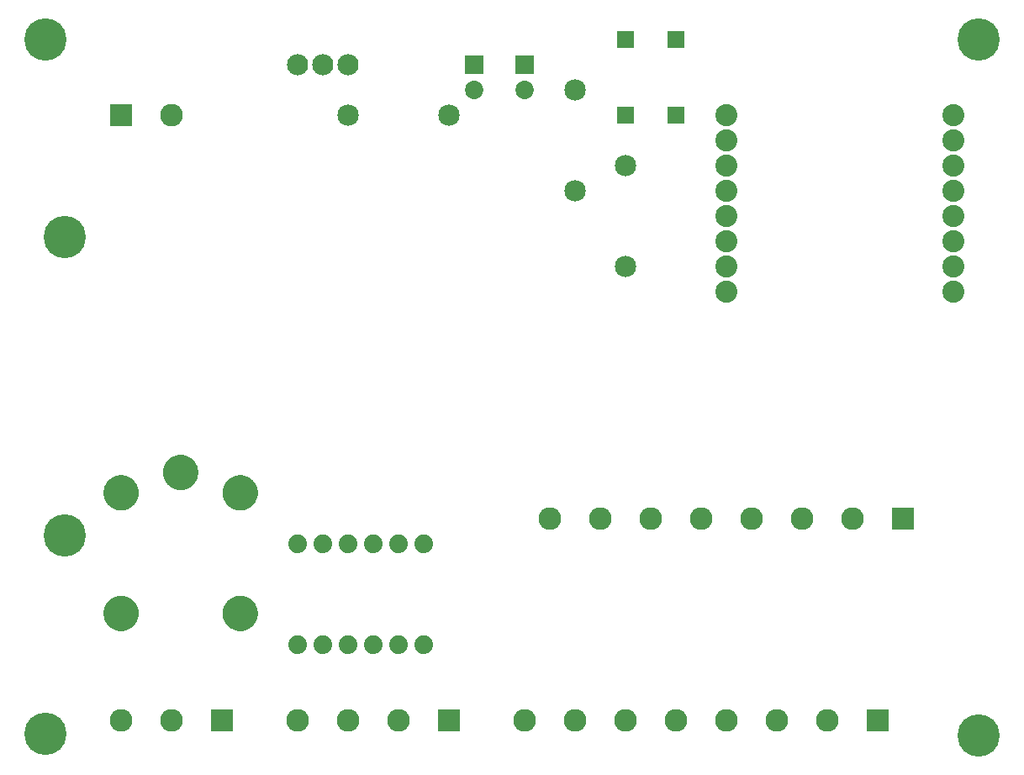
<source format=gbs>
G04 MADE WITH FRITZING*
G04 WWW.FRITZING.ORG*
G04 DOUBLE SIDED*
G04 HOLES PLATED*
G04 CONTOUR ON CENTER OF CONTOUR VECTOR*
%ASAXBY*%
%FSLAX23Y23*%
%MOIN*%
%OFA0B0*%
%SFA1.0B1.0*%
%ADD10C,0.167480*%
%ADD11C,0.085000*%
%ADD12C,0.084000*%
%ADD13C,0.090000*%
%ADD14C,0.074000*%
%ADD15C,0.072992*%
%ADD16C,0.069370*%
%ADD17C,0.087778*%
%ADD18R,0.090000X0.089986*%
%ADD19R,0.090000X0.090000*%
%ADD20R,0.072992X0.072992*%
%ADD21R,0.001000X0.001000*%
%LNMASK0*%
G90*
G70*
G54D10*
X3801Y293D03*
X3801Y3052D03*
X101Y298D03*
G54D11*
X2401Y2152D03*
X2401Y2552D03*
X2201Y2854D03*
X2201Y2454D03*
X1701Y2754D03*
X1301Y2754D03*
G54D12*
X1101Y2952D03*
X1201Y2952D03*
X1301Y2952D03*
G54D13*
X401Y2752D03*
X601Y2752D03*
G54D14*
X1201Y1054D03*
X1301Y1054D03*
X1401Y1054D03*
X1501Y1054D03*
X1601Y1054D03*
X1601Y654D03*
X1501Y654D03*
X1401Y654D03*
X1301Y654D03*
X1201Y654D03*
X1101Y654D03*
X1101Y1054D03*
G54D13*
X601Y354D03*
X401Y354D03*
X801Y354D03*
X1501Y354D03*
X1301Y354D03*
X1101Y354D03*
X1701Y354D03*
G54D15*
X2001Y2952D03*
X2001Y2854D03*
X1801Y2952D03*
X1801Y2854D03*
G54D16*
X2401Y2752D03*
X2401Y3052D03*
X2601Y2752D03*
X2601Y3052D03*
G54D13*
X3501Y1154D03*
X3101Y1154D03*
X3301Y1154D03*
X2901Y1154D03*
X2701Y1154D03*
X2501Y1154D03*
X2301Y1154D03*
X2101Y1154D03*
X3401Y354D03*
X3001Y354D03*
X3201Y354D03*
X2801Y354D03*
X2601Y354D03*
X2401Y354D03*
X2201Y354D03*
X2001Y354D03*
G54D10*
X101Y3052D03*
X177Y2268D03*
X178Y1085D03*
G54D17*
X3701Y2052D03*
X3701Y2152D03*
X3701Y2252D03*
X3701Y2352D03*
X3701Y2452D03*
X3701Y2552D03*
X3701Y2652D03*
X3701Y2752D03*
X2801Y2752D03*
X2801Y2652D03*
X2801Y2552D03*
X2801Y2452D03*
X2801Y2352D03*
X2801Y2252D03*
X2801Y2152D03*
X2801Y2052D03*
G54D18*
X401Y2752D03*
G54D19*
X801Y354D03*
X1701Y354D03*
G54D20*
X2001Y2952D03*
X1801Y2952D03*
G54D19*
X3501Y1154D03*
X3401Y354D03*
G54D21*
X2367Y3087D02*
X2435Y3087D01*
X2567Y3087D02*
X2635Y3087D01*
X2367Y3086D02*
X2435Y3086D01*
X2567Y3086D02*
X2635Y3086D01*
X2367Y3085D02*
X2435Y3085D01*
X2567Y3085D02*
X2635Y3085D01*
X2367Y3084D02*
X2435Y3084D01*
X2567Y3084D02*
X2635Y3084D01*
X2367Y3083D02*
X2435Y3083D01*
X2567Y3083D02*
X2635Y3083D01*
X2367Y3082D02*
X2435Y3082D01*
X2567Y3082D02*
X2635Y3082D01*
X2367Y3081D02*
X2435Y3081D01*
X2567Y3081D02*
X2635Y3081D01*
X2367Y3080D02*
X2435Y3080D01*
X2567Y3080D02*
X2635Y3080D01*
X2367Y3079D02*
X2435Y3079D01*
X2567Y3079D02*
X2635Y3079D01*
X2367Y3078D02*
X2435Y3078D01*
X2567Y3078D02*
X2635Y3078D01*
X2367Y3077D02*
X2435Y3077D01*
X2567Y3077D02*
X2635Y3077D01*
X2367Y3076D02*
X2435Y3076D01*
X2567Y3076D02*
X2635Y3076D01*
X2367Y3075D02*
X2435Y3075D01*
X2567Y3075D02*
X2635Y3075D01*
X2367Y3074D02*
X2435Y3074D01*
X2567Y3074D02*
X2635Y3074D01*
X2367Y3073D02*
X2435Y3073D01*
X2567Y3073D02*
X2635Y3073D01*
X2367Y3072D02*
X2435Y3072D01*
X2567Y3072D02*
X2635Y3072D01*
X2367Y3071D02*
X2435Y3071D01*
X2567Y3071D02*
X2635Y3071D01*
X2367Y3070D02*
X2435Y3070D01*
X2567Y3070D02*
X2635Y3070D01*
X2367Y3069D02*
X2435Y3069D01*
X2567Y3069D02*
X2635Y3069D01*
X2367Y3068D02*
X2435Y3068D01*
X2567Y3068D02*
X2635Y3068D01*
X2367Y3067D02*
X2396Y3067D01*
X2405Y3067D02*
X2435Y3067D01*
X2567Y3067D02*
X2596Y3067D01*
X2605Y3067D02*
X2635Y3067D01*
X2367Y3066D02*
X2394Y3066D01*
X2408Y3066D02*
X2435Y3066D01*
X2567Y3066D02*
X2594Y3066D01*
X2608Y3066D02*
X2635Y3066D01*
X2367Y3065D02*
X2392Y3065D01*
X2410Y3065D02*
X2435Y3065D01*
X2567Y3065D02*
X2592Y3065D01*
X2610Y3065D02*
X2635Y3065D01*
X2367Y3064D02*
X2391Y3064D01*
X2411Y3064D02*
X2435Y3064D01*
X2567Y3064D02*
X2591Y3064D01*
X2611Y3064D02*
X2635Y3064D01*
X2367Y3063D02*
X2390Y3063D01*
X2412Y3063D02*
X2435Y3063D01*
X2567Y3063D02*
X2590Y3063D01*
X2612Y3063D02*
X2635Y3063D01*
X2367Y3062D02*
X2389Y3062D01*
X2413Y3062D02*
X2435Y3062D01*
X2567Y3062D02*
X2589Y3062D01*
X2613Y3062D02*
X2635Y3062D01*
X2367Y3061D02*
X2388Y3061D01*
X2413Y3061D02*
X2435Y3061D01*
X2567Y3061D02*
X2588Y3061D01*
X2613Y3061D02*
X2635Y3061D01*
X2367Y3060D02*
X2387Y3060D01*
X2414Y3060D02*
X2435Y3060D01*
X2567Y3060D02*
X2587Y3060D01*
X2614Y3060D02*
X2635Y3060D01*
X2367Y3059D02*
X2387Y3059D01*
X2415Y3059D02*
X2435Y3059D01*
X2567Y3059D02*
X2587Y3059D01*
X2615Y3059D02*
X2635Y3059D01*
X2367Y3058D02*
X2386Y3058D01*
X2415Y3058D02*
X2435Y3058D01*
X2567Y3058D02*
X2586Y3058D01*
X2615Y3058D02*
X2635Y3058D01*
X2367Y3057D02*
X2386Y3057D01*
X2415Y3057D02*
X2435Y3057D01*
X2567Y3057D02*
X2586Y3057D01*
X2615Y3057D02*
X2635Y3057D01*
X2367Y3056D02*
X2386Y3056D01*
X2416Y3056D02*
X2435Y3056D01*
X2567Y3056D02*
X2586Y3056D01*
X2616Y3056D02*
X2635Y3056D01*
X2367Y3055D02*
X2386Y3055D01*
X2416Y3055D02*
X2435Y3055D01*
X2567Y3055D02*
X2586Y3055D01*
X2616Y3055D02*
X2635Y3055D01*
X2367Y3054D02*
X2386Y3054D01*
X2416Y3054D02*
X2435Y3054D01*
X2567Y3054D02*
X2586Y3054D01*
X2616Y3054D02*
X2635Y3054D01*
X2367Y3053D02*
X2386Y3053D01*
X2416Y3053D02*
X2435Y3053D01*
X2567Y3053D02*
X2586Y3053D01*
X2616Y3053D02*
X2635Y3053D01*
X2367Y3052D02*
X2386Y3052D01*
X2416Y3052D02*
X2435Y3052D01*
X2567Y3052D02*
X2586Y3052D01*
X2616Y3052D02*
X2635Y3052D01*
X2367Y3051D02*
X2386Y3051D01*
X2416Y3051D02*
X2435Y3051D01*
X2567Y3051D02*
X2586Y3051D01*
X2616Y3051D02*
X2635Y3051D01*
X2367Y3050D02*
X2386Y3050D01*
X2416Y3050D02*
X2435Y3050D01*
X2567Y3050D02*
X2586Y3050D01*
X2616Y3050D02*
X2635Y3050D01*
X2367Y3049D02*
X2386Y3049D01*
X2415Y3049D02*
X2435Y3049D01*
X2567Y3049D02*
X2586Y3049D01*
X2615Y3049D02*
X2635Y3049D01*
X2367Y3048D02*
X2386Y3048D01*
X2415Y3048D02*
X2435Y3048D01*
X2567Y3048D02*
X2586Y3048D01*
X2615Y3048D02*
X2635Y3048D01*
X2367Y3047D02*
X2387Y3047D01*
X2415Y3047D02*
X2435Y3047D01*
X2567Y3047D02*
X2587Y3047D01*
X2615Y3047D02*
X2635Y3047D01*
X2367Y3046D02*
X2387Y3046D01*
X2414Y3046D02*
X2435Y3046D01*
X2567Y3046D02*
X2587Y3046D01*
X2614Y3046D02*
X2635Y3046D01*
X2367Y3045D02*
X2388Y3045D01*
X2414Y3045D02*
X2435Y3045D01*
X2567Y3045D02*
X2588Y3045D01*
X2614Y3045D02*
X2635Y3045D01*
X2367Y3044D02*
X2389Y3044D01*
X2413Y3044D02*
X2435Y3044D01*
X2567Y3044D02*
X2589Y3044D01*
X2613Y3044D02*
X2635Y3044D01*
X2367Y3043D02*
X2389Y3043D01*
X2412Y3043D02*
X2435Y3043D01*
X2567Y3043D02*
X2589Y3043D01*
X2612Y3043D02*
X2635Y3043D01*
X2367Y3042D02*
X2390Y3042D01*
X2411Y3042D02*
X2435Y3042D01*
X2567Y3042D02*
X2590Y3042D01*
X2611Y3042D02*
X2635Y3042D01*
X2367Y3041D02*
X2392Y3041D01*
X2410Y3041D02*
X2435Y3041D01*
X2567Y3041D02*
X2592Y3041D01*
X2610Y3041D02*
X2635Y3041D01*
X2367Y3040D02*
X2393Y3040D01*
X2408Y3040D02*
X2435Y3040D01*
X2567Y3040D02*
X2593Y3040D01*
X2608Y3040D02*
X2635Y3040D01*
X2367Y3039D02*
X2395Y3039D01*
X2406Y3039D02*
X2435Y3039D01*
X2567Y3039D02*
X2595Y3039D01*
X2606Y3039D02*
X2635Y3039D01*
X2367Y3038D02*
X2435Y3038D01*
X2567Y3038D02*
X2635Y3038D01*
X2367Y3037D02*
X2435Y3037D01*
X2567Y3037D02*
X2635Y3037D01*
X2367Y3036D02*
X2435Y3036D01*
X2567Y3036D02*
X2635Y3036D01*
X2367Y3035D02*
X2435Y3035D01*
X2567Y3035D02*
X2635Y3035D01*
X2367Y3034D02*
X2435Y3034D01*
X2567Y3034D02*
X2635Y3034D01*
X2367Y3033D02*
X2435Y3033D01*
X2567Y3033D02*
X2635Y3033D01*
X2367Y3032D02*
X2435Y3032D01*
X2567Y3032D02*
X2635Y3032D01*
X2367Y3031D02*
X2435Y3031D01*
X2567Y3031D02*
X2635Y3031D01*
X2367Y3030D02*
X2435Y3030D01*
X2567Y3030D02*
X2635Y3030D01*
X2367Y3029D02*
X2435Y3029D01*
X2567Y3029D02*
X2635Y3029D01*
X2367Y3028D02*
X2435Y3028D01*
X2567Y3028D02*
X2635Y3028D01*
X2367Y3027D02*
X2435Y3027D01*
X2567Y3027D02*
X2635Y3027D01*
X2367Y3026D02*
X2435Y3026D01*
X2567Y3026D02*
X2635Y3026D01*
X2367Y3025D02*
X2435Y3025D01*
X2567Y3025D02*
X2635Y3025D01*
X2367Y3024D02*
X2435Y3024D01*
X2567Y3024D02*
X2635Y3024D01*
X2367Y3023D02*
X2435Y3023D01*
X2567Y3023D02*
X2635Y3023D01*
X2367Y3022D02*
X2435Y3022D01*
X2567Y3022D02*
X2635Y3022D01*
X2367Y3021D02*
X2435Y3021D01*
X2567Y3021D02*
X2635Y3021D01*
X2367Y3020D02*
X2435Y3020D01*
X2567Y3020D02*
X2635Y3020D01*
X2367Y3019D02*
X2435Y3019D01*
X2567Y3019D02*
X2635Y3019D01*
X2367Y2787D02*
X2435Y2787D01*
X2567Y2787D02*
X2635Y2787D01*
X2367Y2786D02*
X2435Y2786D01*
X2567Y2786D02*
X2635Y2786D01*
X2367Y2785D02*
X2435Y2785D01*
X2567Y2785D02*
X2635Y2785D01*
X2367Y2784D02*
X2435Y2784D01*
X2567Y2784D02*
X2635Y2784D01*
X2367Y2783D02*
X2435Y2783D01*
X2567Y2783D02*
X2635Y2783D01*
X2367Y2782D02*
X2435Y2782D01*
X2567Y2782D02*
X2635Y2782D01*
X2367Y2781D02*
X2435Y2781D01*
X2567Y2781D02*
X2635Y2781D01*
X2367Y2780D02*
X2435Y2780D01*
X2567Y2780D02*
X2635Y2780D01*
X2367Y2779D02*
X2435Y2779D01*
X2567Y2779D02*
X2635Y2779D01*
X2367Y2778D02*
X2435Y2778D01*
X2567Y2778D02*
X2635Y2778D01*
X2367Y2777D02*
X2435Y2777D01*
X2567Y2777D02*
X2635Y2777D01*
X2367Y2776D02*
X2435Y2776D01*
X2567Y2776D02*
X2635Y2776D01*
X2367Y2775D02*
X2435Y2775D01*
X2567Y2775D02*
X2635Y2775D01*
X2367Y2774D02*
X2435Y2774D01*
X2567Y2774D02*
X2635Y2774D01*
X2367Y2773D02*
X2435Y2773D01*
X2567Y2773D02*
X2635Y2773D01*
X2367Y2772D02*
X2435Y2772D01*
X2567Y2772D02*
X2635Y2772D01*
X2367Y2771D02*
X2435Y2771D01*
X2567Y2771D02*
X2635Y2771D01*
X2367Y2770D02*
X2435Y2770D01*
X2567Y2770D02*
X2635Y2770D01*
X2367Y2769D02*
X2435Y2769D01*
X2567Y2769D02*
X2635Y2769D01*
X2367Y2768D02*
X2435Y2768D01*
X2567Y2768D02*
X2635Y2768D01*
X2367Y2767D02*
X2396Y2767D01*
X2405Y2767D02*
X2435Y2767D01*
X2567Y2767D02*
X2596Y2767D01*
X2605Y2767D02*
X2635Y2767D01*
X2367Y2766D02*
X2393Y2766D01*
X2408Y2766D02*
X2435Y2766D01*
X2567Y2766D02*
X2593Y2766D01*
X2608Y2766D02*
X2635Y2766D01*
X2367Y2765D02*
X2392Y2765D01*
X2410Y2765D02*
X2435Y2765D01*
X2567Y2765D02*
X2592Y2765D01*
X2610Y2765D02*
X2635Y2765D01*
X2367Y2764D02*
X2391Y2764D01*
X2411Y2764D02*
X2435Y2764D01*
X2567Y2764D02*
X2591Y2764D01*
X2611Y2764D02*
X2635Y2764D01*
X2367Y2763D02*
X2390Y2763D01*
X2412Y2763D02*
X2435Y2763D01*
X2567Y2763D02*
X2590Y2763D01*
X2612Y2763D02*
X2635Y2763D01*
X2367Y2762D02*
X2389Y2762D01*
X2413Y2762D02*
X2435Y2762D01*
X2567Y2762D02*
X2589Y2762D01*
X2613Y2762D02*
X2635Y2762D01*
X2367Y2761D02*
X2388Y2761D01*
X2414Y2761D02*
X2435Y2761D01*
X2567Y2761D02*
X2588Y2761D01*
X2614Y2761D02*
X2635Y2761D01*
X2367Y2760D02*
X2387Y2760D01*
X2414Y2760D02*
X2435Y2760D01*
X2567Y2760D02*
X2587Y2760D01*
X2614Y2760D02*
X2635Y2760D01*
X2367Y2759D02*
X2387Y2759D01*
X2415Y2759D02*
X2435Y2759D01*
X2567Y2759D02*
X2587Y2759D01*
X2615Y2759D02*
X2635Y2759D01*
X2367Y2758D02*
X2386Y2758D01*
X2415Y2758D02*
X2435Y2758D01*
X2567Y2758D02*
X2586Y2758D01*
X2615Y2758D02*
X2635Y2758D01*
X2367Y2757D02*
X2386Y2757D01*
X2415Y2757D02*
X2435Y2757D01*
X2567Y2757D02*
X2586Y2757D01*
X2615Y2757D02*
X2635Y2757D01*
X2367Y2756D02*
X2386Y2756D01*
X2416Y2756D02*
X2435Y2756D01*
X2567Y2756D02*
X2586Y2756D01*
X2616Y2756D02*
X2635Y2756D01*
X2367Y2755D02*
X2386Y2755D01*
X2416Y2755D02*
X2435Y2755D01*
X2567Y2755D02*
X2586Y2755D01*
X2616Y2755D02*
X2635Y2755D01*
X2367Y2754D02*
X2386Y2754D01*
X2416Y2754D02*
X2435Y2754D01*
X2567Y2754D02*
X2586Y2754D01*
X2616Y2754D02*
X2635Y2754D01*
X2367Y2753D02*
X2386Y2753D01*
X2416Y2753D02*
X2435Y2753D01*
X2567Y2753D02*
X2586Y2753D01*
X2616Y2753D02*
X2635Y2753D01*
X2367Y2752D02*
X2386Y2752D01*
X2416Y2752D02*
X2435Y2752D01*
X2567Y2752D02*
X2586Y2752D01*
X2616Y2752D02*
X2635Y2752D01*
X2367Y2751D02*
X2386Y2751D01*
X2416Y2751D02*
X2435Y2751D01*
X2567Y2751D02*
X2586Y2751D01*
X2616Y2751D02*
X2635Y2751D01*
X2367Y2750D02*
X2386Y2750D01*
X2416Y2750D02*
X2435Y2750D01*
X2567Y2750D02*
X2586Y2750D01*
X2616Y2750D02*
X2635Y2750D01*
X2367Y2749D02*
X2386Y2749D01*
X2415Y2749D02*
X2435Y2749D01*
X2567Y2749D02*
X2586Y2749D01*
X2615Y2749D02*
X2635Y2749D01*
X2367Y2748D02*
X2386Y2748D01*
X2415Y2748D02*
X2435Y2748D01*
X2567Y2748D02*
X2586Y2748D01*
X2615Y2748D02*
X2635Y2748D01*
X2367Y2747D02*
X2387Y2747D01*
X2415Y2747D02*
X2435Y2747D01*
X2567Y2747D02*
X2587Y2747D01*
X2615Y2747D02*
X2635Y2747D01*
X2367Y2746D02*
X2387Y2746D01*
X2414Y2746D02*
X2435Y2746D01*
X2567Y2746D02*
X2587Y2746D01*
X2614Y2746D02*
X2635Y2746D01*
X2367Y2745D02*
X2388Y2745D01*
X2414Y2745D02*
X2435Y2745D01*
X2567Y2745D02*
X2588Y2745D01*
X2614Y2745D02*
X2635Y2745D01*
X2367Y2744D02*
X2389Y2744D01*
X2413Y2744D02*
X2435Y2744D01*
X2567Y2744D02*
X2589Y2744D01*
X2613Y2744D02*
X2635Y2744D01*
X2367Y2743D02*
X2389Y2743D01*
X2412Y2743D02*
X2435Y2743D01*
X2567Y2743D02*
X2589Y2743D01*
X2612Y2743D02*
X2635Y2743D01*
X2367Y2742D02*
X2390Y2742D01*
X2411Y2742D02*
X2435Y2742D01*
X2567Y2742D02*
X2590Y2742D01*
X2611Y2742D02*
X2635Y2742D01*
X2367Y2741D02*
X2392Y2741D01*
X2410Y2741D02*
X2435Y2741D01*
X2567Y2741D02*
X2592Y2741D01*
X2610Y2741D02*
X2635Y2741D01*
X2367Y2740D02*
X2393Y2740D01*
X2408Y2740D02*
X2435Y2740D01*
X2567Y2740D02*
X2593Y2740D01*
X2608Y2740D02*
X2635Y2740D01*
X2367Y2739D02*
X2396Y2739D01*
X2406Y2739D02*
X2435Y2739D01*
X2567Y2739D02*
X2596Y2739D01*
X2606Y2739D02*
X2635Y2739D01*
X2367Y2738D02*
X2435Y2738D01*
X2567Y2738D02*
X2635Y2738D01*
X2367Y2737D02*
X2435Y2737D01*
X2567Y2737D02*
X2635Y2737D01*
X2367Y2736D02*
X2435Y2736D01*
X2567Y2736D02*
X2635Y2736D01*
X2367Y2735D02*
X2435Y2735D01*
X2567Y2735D02*
X2635Y2735D01*
X2367Y2734D02*
X2435Y2734D01*
X2567Y2734D02*
X2635Y2734D01*
X2367Y2733D02*
X2435Y2733D01*
X2567Y2733D02*
X2635Y2733D01*
X2367Y2732D02*
X2435Y2732D01*
X2567Y2732D02*
X2635Y2732D01*
X2367Y2731D02*
X2435Y2731D01*
X2567Y2731D02*
X2635Y2731D01*
X2367Y2730D02*
X2435Y2730D01*
X2567Y2730D02*
X2635Y2730D01*
X2367Y2729D02*
X2435Y2729D01*
X2567Y2729D02*
X2635Y2729D01*
X2367Y2728D02*
X2435Y2728D01*
X2567Y2728D02*
X2635Y2728D01*
X2367Y2727D02*
X2435Y2727D01*
X2567Y2727D02*
X2635Y2727D01*
X2367Y2726D02*
X2435Y2726D01*
X2567Y2726D02*
X2635Y2726D01*
X2367Y2725D02*
X2435Y2725D01*
X2567Y2725D02*
X2635Y2725D01*
X2367Y2724D02*
X2435Y2724D01*
X2567Y2724D02*
X2635Y2724D01*
X2367Y2723D02*
X2435Y2723D01*
X2567Y2723D02*
X2635Y2723D01*
X2367Y2722D02*
X2435Y2722D01*
X2567Y2722D02*
X2635Y2722D01*
X2367Y2721D02*
X2435Y2721D01*
X2567Y2721D02*
X2635Y2721D01*
X2367Y2720D02*
X2435Y2720D01*
X2567Y2720D02*
X2635Y2720D01*
X2367Y2719D02*
X2435Y2719D01*
X2567Y2719D02*
X2635Y2719D01*
X631Y1405D02*
X643Y1405D01*
X624Y1404D02*
X650Y1404D01*
X620Y1403D02*
X654Y1403D01*
X616Y1402D02*
X658Y1402D01*
X613Y1401D02*
X661Y1401D01*
X610Y1400D02*
X663Y1400D01*
X608Y1399D02*
X666Y1399D01*
X606Y1398D02*
X668Y1398D01*
X604Y1397D02*
X670Y1397D01*
X603Y1396D02*
X671Y1396D01*
X601Y1395D02*
X673Y1395D01*
X599Y1394D02*
X674Y1394D01*
X598Y1393D02*
X676Y1393D01*
X597Y1392D02*
X677Y1392D01*
X595Y1391D02*
X679Y1391D01*
X594Y1390D02*
X680Y1390D01*
X593Y1389D02*
X681Y1389D01*
X591Y1388D02*
X682Y1388D01*
X590Y1387D02*
X684Y1387D01*
X589Y1386D02*
X685Y1386D01*
X588Y1385D02*
X686Y1385D01*
X587Y1384D02*
X687Y1384D01*
X586Y1383D02*
X688Y1383D01*
X585Y1382D02*
X689Y1382D01*
X584Y1381D02*
X689Y1381D01*
X584Y1380D02*
X690Y1380D01*
X583Y1379D02*
X691Y1379D01*
X582Y1378D02*
X692Y1378D01*
X581Y1377D02*
X693Y1377D01*
X581Y1376D02*
X693Y1376D01*
X580Y1375D02*
X694Y1375D01*
X579Y1374D02*
X695Y1374D01*
X579Y1373D02*
X695Y1373D01*
X578Y1372D02*
X696Y1372D01*
X577Y1371D02*
X697Y1371D01*
X577Y1370D02*
X697Y1370D01*
X576Y1369D02*
X698Y1369D01*
X576Y1368D02*
X698Y1368D01*
X575Y1367D02*
X699Y1367D01*
X575Y1366D02*
X699Y1366D01*
X574Y1365D02*
X700Y1365D01*
X574Y1364D02*
X700Y1364D01*
X573Y1363D02*
X701Y1363D01*
X573Y1362D02*
X701Y1362D01*
X572Y1361D02*
X702Y1361D01*
X572Y1360D02*
X702Y1360D01*
X572Y1359D02*
X702Y1359D01*
X571Y1358D02*
X703Y1358D01*
X571Y1357D02*
X703Y1357D01*
X571Y1356D02*
X703Y1356D01*
X570Y1355D02*
X703Y1355D01*
X570Y1354D02*
X704Y1354D01*
X570Y1353D02*
X704Y1353D01*
X570Y1352D02*
X704Y1352D01*
X569Y1351D02*
X704Y1351D01*
X569Y1350D02*
X705Y1350D01*
X569Y1349D02*
X705Y1349D01*
X569Y1348D02*
X705Y1348D01*
X569Y1347D02*
X705Y1347D01*
X568Y1346D02*
X705Y1346D01*
X568Y1345D02*
X706Y1345D01*
X568Y1344D02*
X706Y1344D01*
X568Y1343D02*
X706Y1343D01*
X568Y1342D02*
X706Y1342D01*
X568Y1341D02*
X706Y1341D01*
X568Y1340D02*
X706Y1340D01*
X568Y1339D02*
X706Y1339D01*
X568Y1338D02*
X706Y1338D01*
X568Y1337D02*
X706Y1337D01*
X568Y1336D02*
X706Y1336D01*
X568Y1335D02*
X706Y1335D01*
X568Y1334D02*
X706Y1334D01*
X568Y1333D02*
X706Y1333D01*
X568Y1332D02*
X706Y1332D01*
X568Y1331D02*
X706Y1331D01*
X568Y1330D02*
X706Y1330D01*
X568Y1329D02*
X706Y1329D01*
X568Y1328D02*
X706Y1328D01*
X568Y1327D02*
X706Y1327D01*
X568Y1326D02*
X706Y1326D01*
X568Y1325D02*
X705Y1325D01*
X392Y1324D02*
X409Y1324D01*
X569Y1324D02*
X705Y1324D01*
X865Y1324D02*
X882Y1324D01*
X386Y1323D02*
X415Y1323D01*
X569Y1323D02*
X705Y1323D01*
X859Y1323D02*
X887Y1323D01*
X382Y1322D02*
X419Y1322D01*
X569Y1322D02*
X705Y1322D01*
X855Y1322D02*
X891Y1322D01*
X379Y1321D02*
X422Y1321D01*
X569Y1321D02*
X705Y1321D01*
X851Y1321D02*
X895Y1321D01*
X376Y1320D02*
X425Y1320D01*
X569Y1320D02*
X705Y1320D01*
X849Y1320D02*
X898Y1320D01*
X374Y1319D02*
X428Y1319D01*
X570Y1319D02*
X704Y1319D01*
X846Y1319D02*
X900Y1319D01*
X372Y1318D02*
X430Y1318D01*
X570Y1318D02*
X704Y1318D01*
X844Y1318D02*
X902Y1318D01*
X370Y1317D02*
X432Y1317D01*
X570Y1317D02*
X704Y1317D01*
X842Y1317D02*
X904Y1317D01*
X368Y1316D02*
X434Y1316D01*
X570Y1316D02*
X704Y1316D01*
X840Y1316D02*
X906Y1316D01*
X366Y1315D02*
X436Y1315D01*
X571Y1315D02*
X703Y1315D01*
X838Y1315D02*
X908Y1315D01*
X364Y1314D02*
X437Y1314D01*
X571Y1314D02*
X703Y1314D01*
X837Y1314D02*
X910Y1314D01*
X363Y1313D02*
X439Y1313D01*
X571Y1313D02*
X703Y1313D01*
X835Y1313D02*
X911Y1313D01*
X361Y1312D02*
X440Y1312D01*
X572Y1312D02*
X702Y1312D01*
X834Y1312D02*
X913Y1312D01*
X360Y1311D02*
X442Y1311D01*
X572Y1311D02*
X702Y1311D01*
X832Y1311D02*
X914Y1311D01*
X359Y1310D02*
X443Y1310D01*
X572Y1310D02*
X702Y1310D01*
X831Y1310D02*
X915Y1310D01*
X357Y1309D02*
X444Y1309D01*
X573Y1309D02*
X701Y1309D01*
X830Y1309D02*
X917Y1309D01*
X356Y1308D02*
X446Y1308D01*
X573Y1308D02*
X701Y1308D01*
X828Y1308D02*
X918Y1308D01*
X355Y1307D02*
X447Y1307D01*
X574Y1307D02*
X700Y1307D01*
X827Y1307D02*
X919Y1307D01*
X354Y1306D02*
X448Y1306D01*
X574Y1306D02*
X700Y1306D01*
X826Y1306D02*
X920Y1306D01*
X353Y1305D02*
X449Y1305D01*
X575Y1305D02*
X699Y1305D01*
X825Y1305D02*
X921Y1305D01*
X352Y1304D02*
X450Y1304D01*
X575Y1304D02*
X699Y1304D01*
X824Y1304D02*
X922Y1304D01*
X351Y1303D02*
X451Y1303D01*
X576Y1303D02*
X698Y1303D01*
X823Y1303D02*
X923Y1303D01*
X350Y1302D02*
X452Y1302D01*
X576Y1302D02*
X698Y1302D01*
X822Y1302D02*
X924Y1302D01*
X349Y1301D02*
X453Y1301D01*
X577Y1301D02*
X697Y1301D01*
X821Y1301D02*
X925Y1301D01*
X348Y1300D02*
X454Y1300D01*
X577Y1300D02*
X697Y1300D01*
X820Y1300D02*
X926Y1300D01*
X347Y1299D02*
X454Y1299D01*
X578Y1299D02*
X696Y1299D01*
X820Y1299D02*
X927Y1299D01*
X346Y1298D02*
X455Y1298D01*
X579Y1298D02*
X695Y1298D01*
X819Y1298D02*
X927Y1298D01*
X346Y1297D02*
X456Y1297D01*
X579Y1297D02*
X695Y1297D01*
X818Y1297D02*
X928Y1297D01*
X345Y1296D02*
X457Y1296D01*
X580Y1296D02*
X694Y1296D01*
X817Y1296D02*
X929Y1296D01*
X344Y1295D02*
X457Y1295D01*
X581Y1295D02*
X693Y1295D01*
X817Y1295D02*
X930Y1295D01*
X343Y1294D02*
X458Y1294D01*
X581Y1294D02*
X693Y1294D01*
X816Y1294D02*
X930Y1294D01*
X343Y1293D02*
X459Y1293D01*
X582Y1293D02*
X692Y1293D01*
X815Y1293D02*
X931Y1293D01*
X342Y1292D02*
X459Y1292D01*
X583Y1292D02*
X691Y1292D01*
X815Y1292D02*
X932Y1292D01*
X342Y1291D02*
X460Y1291D01*
X584Y1291D02*
X690Y1291D01*
X814Y1291D02*
X932Y1291D01*
X341Y1290D02*
X461Y1290D01*
X584Y1290D02*
X689Y1290D01*
X813Y1290D02*
X933Y1290D01*
X340Y1289D02*
X461Y1289D01*
X585Y1289D02*
X689Y1289D01*
X813Y1289D02*
X934Y1289D01*
X340Y1288D02*
X462Y1288D01*
X586Y1288D02*
X688Y1288D01*
X812Y1288D02*
X934Y1288D01*
X339Y1287D02*
X462Y1287D01*
X587Y1287D02*
X687Y1287D01*
X812Y1287D02*
X935Y1287D01*
X339Y1286D02*
X463Y1286D01*
X588Y1286D02*
X686Y1286D01*
X811Y1286D02*
X935Y1286D01*
X338Y1285D02*
X463Y1285D01*
X589Y1285D02*
X685Y1285D01*
X811Y1285D02*
X936Y1285D01*
X338Y1284D02*
X464Y1284D01*
X590Y1284D02*
X684Y1284D01*
X810Y1284D02*
X936Y1284D01*
X337Y1283D02*
X464Y1283D01*
X591Y1283D02*
X683Y1283D01*
X810Y1283D02*
X937Y1283D01*
X337Y1282D02*
X465Y1282D01*
X592Y1282D02*
X681Y1282D01*
X809Y1282D02*
X937Y1282D01*
X336Y1281D02*
X465Y1281D01*
X594Y1281D02*
X680Y1281D01*
X809Y1281D02*
X937Y1281D01*
X336Y1280D02*
X465Y1280D01*
X595Y1280D02*
X679Y1280D01*
X808Y1280D02*
X938Y1280D01*
X336Y1279D02*
X466Y1279D01*
X596Y1279D02*
X677Y1279D01*
X808Y1279D02*
X938Y1279D01*
X335Y1278D02*
X466Y1278D01*
X598Y1278D02*
X676Y1278D01*
X808Y1278D02*
X939Y1278D01*
X335Y1277D02*
X466Y1277D01*
X599Y1277D02*
X675Y1277D01*
X807Y1277D02*
X939Y1277D01*
X335Y1276D02*
X467Y1276D01*
X601Y1276D02*
X673Y1276D01*
X807Y1276D02*
X939Y1276D01*
X334Y1275D02*
X467Y1275D01*
X603Y1275D02*
X671Y1275D01*
X807Y1275D02*
X940Y1275D01*
X334Y1274D02*
X467Y1274D01*
X604Y1274D02*
X670Y1274D01*
X807Y1274D02*
X940Y1274D01*
X334Y1273D02*
X468Y1273D01*
X606Y1273D02*
X668Y1273D01*
X806Y1273D02*
X940Y1273D01*
X334Y1272D02*
X468Y1272D01*
X608Y1272D02*
X666Y1272D01*
X806Y1272D02*
X940Y1272D01*
X333Y1271D02*
X468Y1271D01*
X610Y1271D02*
X664Y1271D01*
X806Y1271D02*
X941Y1271D01*
X333Y1270D02*
X468Y1270D01*
X613Y1270D02*
X661Y1270D01*
X806Y1270D02*
X941Y1270D01*
X333Y1269D02*
X469Y1269D01*
X616Y1269D02*
X658Y1269D01*
X805Y1269D02*
X941Y1269D01*
X333Y1268D02*
X469Y1268D01*
X620Y1268D02*
X654Y1268D01*
X805Y1268D02*
X941Y1268D01*
X333Y1267D02*
X469Y1267D01*
X624Y1267D02*
X650Y1267D01*
X805Y1267D02*
X941Y1267D01*
X332Y1266D02*
X469Y1266D01*
X630Y1266D02*
X644Y1266D01*
X805Y1266D02*
X942Y1266D01*
X332Y1265D02*
X469Y1265D01*
X805Y1265D02*
X942Y1265D01*
X332Y1264D02*
X469Y1264D01*
X804Y1264D02*
X942Y1264D01*
X332Y1263D02*
X470Y1263D01*
X804Y1263D02*
X942Y1263D01*
X332Y1262D02*
X470Y1262D01*
X804Y1262D02*
X942Y1262D01*
X332Y1261D02*
X470Y1261D01*
X804Y1261D02*
X942Y1261D01*
X332Y1260D02*
X470Y1260D01*
X804Y1260D02*
X942Y1260D01*
X332Y1259D02*
X470Y1259D01*
X804Y1259D02*
X942Y1259D01*
X331Y1258D02*
X470Y1258D01*
X804Y1258D02*
X942Y1258D01*
X331Y1257D02*
X470Y1257D01*
X804Y1257D02*
X942Y1257D01*
X331Y1256D02*
X470Y1256D01*
X804Y1256D02*
X943Y1256D01*
X331Y1255D02*
X470Y1255D01*
X804Y1255D02*
X943Y1255D01*
X331Y1254D02*
X470Y1254D01*
X804Y1254D02*
X943Y1254D01*
X331Y1253D02*
X470Y1253D01*
X804Y1253D02*
X943Y1253D01*
X331Y1252D02*
X470Y1252D01*
X804Y1252D02*
X942Y1252D01*
X332Y1251D02*
X470Y1251D01*
X804Y1251D02*
X942Y1251D01*
X332Y1250D02*
X470Y1250D01*
X804Y1250D02*
X942Y1250D01*
X332Y1249D02*
X470Y1249D01*
X804Y1249D02*
X942Y1249D01*
X332Y1248D02*
X470Y1248D01*
X804Y1248D02*
X942Y1248D01*
X332Y1247D02*
X470Y1247D01*
X804Y1247D02*
X942Y1247D01*
X332Y1246D02*
X470Y1246D01*
X804Y1246D02*
X942Y1246D01*
X332Y1245D02*
X469Y1245D01*
X805Y1245D02*
X942Y1245D01*
X332Y1244D02*
X469Y1244D01*
X805Y1244D02*
X942Y1244D01*
X332Y1243D02*
X469Y1243D01*
X805Y1243D02*
X941Y1243D01*
X333Y1242D02*
X469Y1242D01*
X805Y1242D02*
X941Y1242D01*
X333Y1241D02*
X469Y1241D01*
X805Y1241D02*
X941Y1241D01*
X333Y1240D02*
X468Y1240D01*
X805Y1240D02*
X941Y1240D01*
X333Y1239D02*
X468Y1239D01*
X806Y1239D02*
X941Y1239D01*
X334Y1238D02*
X468Y1238D01*
X806Y1238D02*
X940Y1238D01*
X334Y1237D02*
X468Y1237D01*
X806Y1237D02*
X940Y1237D01*
X334Y1236D02*
X467Y1236D01*
X806Y1236D02*
X940Y1236D01*
X334Y1235D02*
X467Y1235D01*
X807Y1235D02*
X940Y1235D01*
X335Y1234D02*
X467Y1234D01*
X807Y1234D02*
X939Y1234D01*
X335Y1233D02*
X467Y1233D01*
X807Y1233D02*
X939Y1233D01*
X335Y1232D02*
X466Y1232D01*
X808Y1232D02*
X939Y1232D01*
X336Y1231D02*
X466Y1231D01*
X808Y1231D02*
X938Y1231D01*
X336Y1230D02*
X466Y1230D01*
X808Y1230D02*
X938Y1230D01*
X336Y1229D02*
X465Y1229D01*
X809Y1229D02*
X938Y1229D01*
X337Y1228D02*
X465Y1228D01*
X809Y1228D02*
X937Y1228D01*
X337Y1227D02*
X464Y1227D01*
X809Y1227D02*
X937Y1227D01*
X338Y1226D02*
X464Y1226D01*
X810Y1226D02*
X936Y1226D01*
X338Y1225D02*
X463Y1225D01*
X810Y1225D02*
X936Y1225D01*
X339Y1224D02*
X463Y1224D01*
X811Y1224D02*
X935Y1224D01*
X339Y1223D02*
X462Y1223D01*
X811Y1223D02*
X935Y1223D01*
X340Y1222D02*
X462Y1222D01*
X812Y1222D02*
X934Y1222D01*
X340Y1221D02*
X461Y1221D01*
X813Y1221D02*
X934Y1221D01*
X341Y1220D02*
X461Y1220D01*
X813Y1220D02*
X933Y1220D01*
X341Y1219D02*
X460Y1219D01*
X814Y1219D02*
X933Y1219D01*
X342Y1218D02*
X460Y1218D01*
X814Y1218D02*
X932Y1218D01*
X343Y1217D02*
X459Y1217D01*
X815Y1217D02*
X931Y1217D01*
X343Y1216D02*
X458Y1216D01*
X816Y1216D02*
X931Y1216D01*
X344Y1215D02*
X458Y1215D01*
X816Y1215D02*
X930Y1215D01*
X345Y1214D02*
X457Y1214D01*
X817Y1214D02*
X929Y1214D01*
X345Y1213D02*
X456Y1213D01*
X818Y1213D02*
X929Y1213D01*
X346Y1212D02*
X455Y1212D01*
X819Y1212D02*
X928Y1212D01*
X347Y1211D02*
X455Y1211D01*
X819Y1211D02*
X927Y1211D01*
X348Y1210D02*
X454Y1210D01*
X820Y1210D02*
X926Y1210D01*
X348Y1209D02*
X453Y1209D01*
X821Y1209D02*
X925Y1209D01*
X349Y1208D02*
X452Y1208D01*
X822Y1208D02*
X925Y1208D01*
X350Y1207D02*
X451Y1207D01*
X823Y1207D02*
X924Y1207D01*
X351Y1206D02*
X450Y1206D01*
X824Y1206D02*
X923Y1206D01*
X352Y1205D02*
X449Y1205D01*
X825Y1205D02*
X922Y1205D01*
X353Y1204D02*
X448Y1204D01*
X826Y1204D02*
X921Y1204D01*
X354Y1203D02*
X447Y1203D01*
X827Y1203D02*
X920Y1203D01*
X356Y1202D02*
X446Y1202D01*
X828Y1202D02*
X918Y1202D01*
X357Y1201D02*
X445Y1201D01*
X829Y1201D02*
X917Y1201D01*
X358Y1200D02*
X444Y1200D01*
X830Y1200D02*
X916Y1200D01*
X359Y1199D02*
X442Y1199D01*
X832Y1199D02*
X915Y1199D01*
X361Y1198D02*
X441Y1198D01*
X833Y1198D02*
X913Y1198D01*
X362Y1197D02*
X439Y1197D01*
X834Y1197D02*
X912Y1197D01*
X364Y1196D02*
X438Y1196D01*
X836Y1196D02*
X910Y1196D01*
X365Y1195D02*
X436Y1195D01*
X838Y1195D02*
X909Y1195D01*
X367Y1194D02*
X435Y1194D01*
X839Y1194D02*
X907Y1194D01*
X369Y1193D02*
X433Y1193D01*
X841Y1193D02*
X905Y1193D01*
X371Y1192D02*
X431Y1192D01*
X843Y1192D02*
X903Y1192D01*
X373Y1191D02*
X429Y1191D01*
X845Y1191D02*
X901Y1191D01*
X375Y1190D02*
X427Y1190D01*
X847Y1190D02*
X899Y1190D01*
X378Y1189D02*
X424Y1189D01*
X850Y1189D02*
X896Y1189D01*
X381Y1188D02*
X421Y1188D01*
X853Y1188D02*
X893Y1188D01*
X385Y1187D02*
X417Y1187D01*
X857Y1187D02*
X889Y1187D01*
X390Y1186D02*
X412Y1186D01*
X862Y1186D02*
X884Y1186D01*
X399Y1185D02*
X403Y1185D01*
X871Y1185D02*
X875Y1185D01*
X394Y846D02*
X408Y846D01*
X866Y846D02*
X880Y846D01*
X388Y845D02*
X414Y845D01*
X860Y845D02*
X886Y845D01*
X384Y844D02*
X418Y844D01*
X856Y844D02*
X890Y844D01*
X380Y843D02*
X422Y843D01*
X852Y843D02*
X894Y843D01*
X377Y842D02*
X425Y842D01*
X849Y842D02*
X897Y842D01*
X374Y841D02*
X427Y841D01*
X847Y841D02*
X900Y841D01*
X372Y840D02*
X429Y840D01*
X844Y840D02*
X902Y840D01*
X370Y839D02*
X431Y839D01*
X842Y839D02*
X904Y839D01*
X368Y838D02*
X433Y838D01*
X840Y838D02*
X906Y838D01*
X366Y837D02*
X435Y837D01*
X839Y837D02*
X908Y837D01*
X365Y836D02*
X437Y836D01*
X837Y836D02*
X909Y836D01*
X363Y835D02*
X438Y835D01*
X836Y835D02*
X911Y835D01*
X362Y834D02*
X440Y834D01*
X834Y834D02*
X912Y834D01*
X360Y833D02*
X441Y833D01*
X833Y833D02*
X914Y833D01*
X359Y832D02*
X443Y832D01*
X831Y832D02*
X915Y832D01*
X358Y831D02*
X444Y831D01*
X830Y831D02*
X916Y831D01*
X356Y830D02*
X445Y830D01*
X829Y830D02*
X918Y830D01*
X355Y829D02*
X446Y829D01*
X828Y829D02*
X919Y829D01*
X354Y828D02*
X447Y828D01*
X826Y828D02*
X920Y828D01*
X353Y827D02*
X449Y827D01*
X825Y827D02*
X921Y827D01*
X352Y826D02*
X450Y826D01*
X824Y826D02*
X922Y826D01*
X351Y825D02*
X451Y825D01*
X823Y825D02*
X923Y825D01*
X350Y824D02*
X451Y824D01*
X822Y824D02*
X924Y824D01*
X349Y823D02*
X452Y823D01*
X822Y823D02*
X925Y823D01*
X348Y822D02*
X453Y822D01*
X821Y822D02*
X926Y822D01*
X347Y821D02*
X454Y821D01*
X820Y821D02*
X927Y821D01*
X347Y820D02*
X455Y820D01*
X819Y820D02*
X927Y820D01*
X346Y819D02*
X456Y819D01*
X818Y819D02*
X928Y819D01*
X345Y818D02*
X456Y818D01*
X818Y818D02*
X929Y818D01*
X344Y817D02*
X457Y817D01*
X817Y817D02*
X930Y817D01*
X344Y816D02*
X458Y816D01*
X816Y816D02*
X930Y816D01*
X343Y815D02*
X459Y815D01*
X815Y815D02*
X931Y815D01*
X342Y814D02*
X459Y814D01*
X815Y814D02*
X932Y814D01*
X342Y813D02*
X460Y813D01*
X814Y813D02*
X932Y813D01*
X341Y812D02*
X460Y812D01*
X814Y812D02*
X933Y812D01*
X341Y811D02*
X461Y811D01*
X813Y811D02*
X933Y811D01*
X340Y810D02*
X462Y810D01*
X812Y810D02*
X934Y810D01*
X339Y809D02*
X462Y809D01*
X812Y809D02*
X935Y809D01*
X339Y808D02*
X463Y808D01*
X811Y808D02*
X935Y808D01*
X338Y807D02*
X463Y807D01*
X811Y807D02*
X936Y807D01*
X338Y806D02*
X464Y806D01*
X810Y806D02*
X936Y806D01*
X337Y805D02*
X464Y805D01*
X810Y805D02*
X936Y805D01*
X337Y804D02*
X465Y804D01*
X809Y804D02*
X937Y804D01*
X337Y803D02*
X465Y803D01*
X809Y803D02*
X937Y803D01*
X336Y802D02*
X465Y802D01*
X809Y802D02*
X938Y802D01*
X336Y801D02*
X466Y801D01*
X808Y801D02*
X938Y801D01*
X335Y800D02*
X466Y800D01*
X808Y800D02*
X938Y800D01*
X335Y799D02*
X466Y799D01*
X808Y799D02*
X939Y799D01*
X335Y798D02*
X467Y798D01*
X807Y798D02*
X939Y798D01*
X334Y797D02*
X467Y797D01*
X807Y797D02*
X939Y797D01*
X334Y796D02*
X467Y796D01*
X807Y796D02*
X940Y796D01*
X334Y795D02*
X468Y795D01*
X806Y795D02*
X940Y795D01*
X334Y794D02*
X468Y794D01*
X806Y794D02*
X940Y794D01*
X333Y793D02*
X468Y793D01*
X806Y793D02*
X940Y793D01*
X333Y792D02*
X468Y792D01*
X806Y792D02*
X941Y792D01*
X333Y791D02*
X469Y791D01*
X805Y791D02*
X941Y791D01*
X333Y790D02*
X469Y790D01*
X805Y790D02*
X941Y790D01*
X333Y789D02*
X469Y789D01*
X805Y789D02*
X941Y789D01*
X332Y788D02*
X469Y788D01*
X805Y788D02*
X941Y788D01*
X332Y787D02*
X469Y787D01*
X805Y787D02*
X942Y787D01*
X332Y786D02*
X469Y786D01*
X805Y786D02*
X942Y786D01*
X332Y785D02*
X470Y785D01*
X804Y785D02*
X942Y785D01*
X332Y784D02*
X470Y784D01*
X804Y784D02*
X942Y784D01*
X332Y783D02*
X470Y783D01*
X804Y783D02*
X942Y783D01*
X332Y782D02*
X470Y782D01*
X804Y782D02*
X942Y782D01*
X332Y781D02*
X470Y781D01*
X804Y781D02*
X942Y781D01*
X332Y780D02*
X470Y780D01*
X804Y780D02*
X942Y780D01*
X331Y779D02*
X470Y779D01*
X804Y779D02*
X942Y779D01*
X331Y778D02*
X470Y778D01*
X804Y778D02*
X943Y778D01*
X331Y777D02*
X470Y777D01*
X804Y777D02*
X943Y777D01*
X331Y776D02*
X470Y776D01*
X804Y776D02*
X943Y776D01*
X331Y775D02*
X470Y775D01*
X804Y775D02*
X943Y775D01*
X331Y774D02*
X470Y774D01*
X804Y774D02*
X942Y774D01*
X332Y773D02*
X470Y773D01*
X804Y773D02*
X942Y773D01*
X332Y772D02*
X470Y772D01*
X804Y772D02*
X942Y772D01*
X332Y771D02*
X470Y771D01*
X804Y771D02*
X942Y771D01*
X332Y770D02*
X470Y770D01*
X804Y770D02*
X942Y770D01*
X332Y769D02*
X470Y769D01*
X804Y769D02*
X942Y769D01*
X332Y768D02*
X470Y768D01*
X804Y768D02*
X942Y768D01*
X332Y767D02*
X469Y767D01*
X805Y767D02*
X942Y767D01*
X332Y766D02*
X469Y766D01*
X805Y766D02*
X942Y766D01*
X332Y765D02*
X469Y765D01*
X805Y765D02*
X941Y765D01*
X333Y764D02*
X469Y764D01*
X805Y764D02*
X941Y764D01*
X333Y763D02*
X469Y763D01*
X805Y763D02*
X941Y763D01*
X333Y762D02*
X469Y762D01*
X805Y762D02*
X941Y762D01*
X333Y761D02*
X468Y761D01*
X806Y761D02*
X941Y761D01*
X333Y760D02*
X468Y760D01*
X806Y760D02*
X940Y760D01*
X334Y759D02*
X468Y759D01*
X806Y759D02*
X940Y759D01*
X334Y758D02*
X468Y758D01*
X806Y758D02*
X940Y758D01*
X334Y757D02*
X467Y757D01*
X807Y757D02*
X940Y757D01*
X334Y756D02*
X467Y756D01*
X807Y756D02*
X939Y756D01*
X335Y755D02*
X467Y755D01*
X807Y755D02*
X939Y755D01*
X335Y754D02*
X466Y754D01*
X808Y754D02*
X939Y754D01*
X335Y753D02*
X466Y753D01*
X808Y753D02*
X938Y753D01*
X336Y752D02*
X466Y752D01*
X808Y752D02*
X938Y752D01*
X336Y751D02*
X465Y751D01*
X809Y751D02*
X938Y751D01*
X337Y750D02*
X465Y750D01*
X809Y750D02*
X937Y750D01*
X337Y749D02*
X465Y749D01*
X809Y749D02*
X937Y749D01*
X337Y748D02*
X464Y748D01*
X810Y748D02*
X936Y748D01*
X338Y747D02*
X464Y747D01*
X810Y747D02*
X936Y747D01*
X338Y746D02*
X463Y746D01*
X811Y746D02*
X935Y746D01*
X339Y745D02*
X463Y745D01*
X811Y745D02*
X935Y745D01*
X339Y744D02*
X462Y744D01*
X812Y744D02*
X934Y744D01*
X340Y743D02*
X462Y743D01*
X812Y743D02*
X934Y743D01*
X341Y742D02*
X461Y742D01*
X813Y742D02*
X933Y742D01*
X341Y741D02*
X460Y741D01*
X814Y741D02*
X933Y741D01*
X342Y740D02*
X460Y740D01*
X814Y740D02*
X932Y740D01*
X342Y739D02*
X459Y739D01*
X815Y739D02*
X931Y739D01*
X343Y738D02*
X458Y738D01*
X815Y738D02*
X931Y738D01*
X344Y737D02*
X458Y737D01*
X816Y737D02*
X930Y737D01*
X344Y736D02*
X457Y736D01*
X817Y736D02*
X929Y736D01*
X345Y735D02*
X456Y735D01*
X818Y735D02*
X929Y735D01*
X346Y734D02*
X456Y734D01*
X818Y734D02*
X928Y734D01*
X347Y733D02*
X455Y733D01*
X819Y733D02*
X927Y733D01*
X347Y732D02*
X454Y732D01*
X820Y732D02*
X926Y732D01*
X348Y731D02*
X453Y731D01*
X821Y731D02*
X926Y731D01*
X349Y730D02*
X452Y730D01*
X822Y730D02*
X925Y730D01*
X350Y729D02*
X451Y729D01*
X822Y729D02*
X924Y729D01*
X351Y728D02*
X451Y728D01*
X823Y728D02*
X923Y728D01*
X352Y727D02*
X450Y727D01*
X824Y727D02*
X922Y727D01*
X353Y726D02*
X449Y726D01*
X825Y726D02*
X921Y726D01*
X354Y725D02*
X447Y725D01*
X827Y725D02*
X920Y725D01*
X355Y724D02*
X446Y724D01*
X828Y724D02*
X919Y724D01*
X356Y723D02*
X445Y723D01*
X829Y723D02*
X918Y723D01*
X358Y722D02*
X444Y722D01*
X830Y722D02*
X916Y722D01*
X359Y721D02*
X443Y721D01*
X831Y721D02*
X915Y721D01*
X360Y720D02*
X441Y720D01*
X833Y720D02*
X914Y720D01*
X362Y719D02*
X440Y719D01*
X834Y719D02*
X912Y719D01*
X363Y718D02*
X438Y718D01*
X836Y718D02*
X911Y718D01*
X365Y717D02*
X437Y717D01*
X837Y717D02*
X909Y717D01*
X366Y716D02*
X435Y716D01*
X839Y716D02*
X907Y716D01*
X368Y715D02*
X433Y715D01*
X841Y715D02*
X906Y715D01*
X370Y714D02*
X431Y714D01*
X843Y714D02*
X904Y714D01*
X372Y713D02*
X429Y713D01*
X845Y713D02*
X902Y713D01*
X374Y712D02*
X427Y712D01*
X847Y712D02*
X900Y712D01*
X377Y711D02*
X424Y711D01*
X850Y711D02*
X897Y711D01*
X380Y710D02*
X422Y710D01*
X852Y710D02*
X894Y710D01*
X384Y709D02*
X418Y709D01*
X856Y709D02*
X890Y709D01*
X388Y708D02*
X413Y708D01*
X861Y708D02*
X886Y708D01*
X395Y707D02*
X407Y707D01*
X867Y707D02*
X879Y707D01*
D02*
G04 End of Mask0*
M02*
</source>
